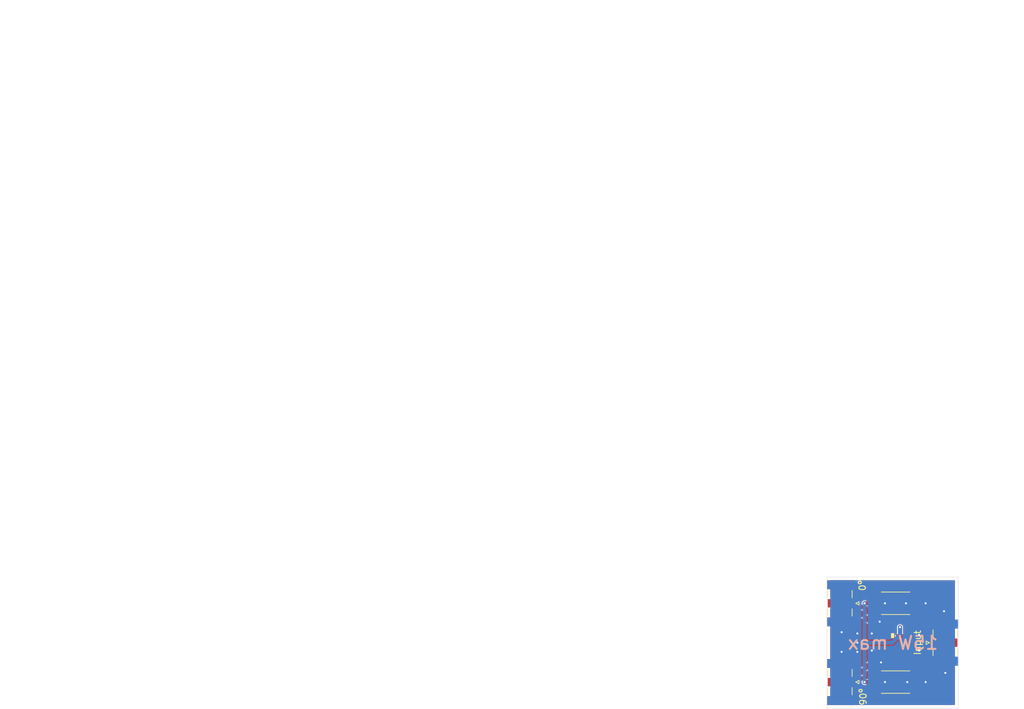
<source format=kicad_pcb>
(kicad_pcb (version 20240108) (generator "pcbnew") (generator_version "8.0")
  (layers (0 "F.Cu" signal) (31 "B.Cu" signal) (34 "B.Paste" user) (35 "F.Paste" user) (36 "B.SilkS" user "B.Silkscreen") (37 "F.SilkS" user "F.Silkscreen") (38 "B.Mask" user) (39 "F.Mask" user) (44 "Edge.Cuts" user))
  (net 0 "")
  (net 1 "GND")
  (net 2 "Net-(J0-In)")
  (net 3 "Net-(J90-In)")
  (net 4 "Net-(Ji1-In)")
  (net 5 "Net-(U1-50_OHM)")
  (footprint "Connector_Coaxial:SMA_Samtec_SMA-J-P-X-ST-EM1_EdgeMount" (layer "F.Cu") (at 128.0925 103.6 -90)
    (property "Reference" "90º" (at 2.26 -3.3975 90) (layer "F.SilkS"))
    (property "Value" "Conn_Coaxial_Small" (hide yes))
    (fp_line (start -1.95 2) (end -0.84 2) (stroke (width 0.12)) (layer "F.SilkS"))
    (fp_line (start 0.84 2) (end 1.95 2) (stroke (width 0.12)) (layer "F.SilkS"))
    (fp_line (start -1.95 -1.71) (end -0.84 -1.71) (stroke (width 0.12)) (layer "F.SilkS"))
    (fp_line (start 0.84 -1.71) (end 1.95 -1.71) (stroke (width 0.12)) (layer "F.SilkS"))
    (fp_line (start 0 -2.26) (end 0.25 -2.76) (stroke (width 0.12)) (layer "F.SilkS"))
    (fp_line (start -0.25 -2.76) (end 0 -2.26) (stroke (width 0.12)) (layer "F.SilkS"))
    (fp_line (start 0.25 -2.76) (end -0.25 -2.76) (stroke (width 0.12)) (layer "F.SilkS"))
    (pad "1" smd rect (at 0 0.2 270) (size 1.27 3.6) (layers "F.Cu" "F.Paste" "F.Mask") (net 3 "Net-(J90-In)"))
    (pad "2" smd rect (at -2.825 0 270) (size 1.35 4.2) (layers "F.Cu" "F.Paste" "F.Mask") (net 1 "GND"))
    (pad "2" smd rect (at -2.825 0 270) (size 1.35 4.2) (layers "B.Cu" "B.Paste" "B.Mask") (net 1 "GND"))
    (pad "2" smd rect (at 2.825 0 270) (size 1.35 4.2) (layers "F.Cu" "F.Paste" "F.Mask") (net 1 "GND"))
    (pad "2" smd rect (at 2.825 0 270) (size 1.35 4.2) (layers "B.Cu" "B.Paste" "B.Mask") (net 1 "GND"))
  )
  (footprint "Qcn3Antenna:QCN3" (layer "F.Cu") (at 136.97 97.6 90)
    (property "Reference" "U1" (hide yes))
    (property "Value" "QCN3" (hide yes))
    (fp_rect (start 0.75 -1.2) (end 1.4 -0.8) (stroke (width 0.1)) (fill solid) (layer "F.SilkS"))
    (pad "1" smd roundrect (at -0.98 0.05 90) (size 0.61 1.07) (layers "F.Cu" "F.Paste" "F.Mask") (roundrect_rratio 0.01) (net 4 "Net-(Ji1-In)"))
    (pad "2" smd roundrect (at 0.01 0.05 90) (size 0.61 1.07) (layers "F.Cu" "F.Paste" "F.Mask") (roundrect_rratio 0.01) (net 1 "GND"))
    (pad "3" smd roundrect (at 1 0.05 90) (size 0.61 1.07) (layers "F.Cu" "F.Paste" "F.Mask") (roundrect_rratio 0.01) (net 5 "Net-(U1-50_OHM)"))
    (pad "4" smd roundrect (at 0.98 -2 90) (size 0.61 1.07) (layers "F.Cu" "F.Paste" "F.Mask") (roundrect_rratio 0.01) (net 2 "Net-(J0-In)"))
    (pad "5" smd roundrect (at -0.01 -2 90) (size 0.61 1.07) (layers "F.Cu" "F.Paste" "F.Mask") (roundrect_rratio 0.01) (net 1 "GND"))
    (pad "6" smd roundrect (at -1 -2 90) (size 0.61 1.07) (layers "F.Cu" "F.Paste" "F.Mask") (roundrect_rratio 0.01) (net 3 "Net-(J90-In)"))
  )
  (footprint "Resistor_SMD:R_2512_6332Metric_Pad1.40x3.35mm_HandSolder" (layer "F.Cu") (at 136.43 103.6)
    (property "Reference" "R2" (hide yes))
    (property "Value" "100" (hide yes))
    (fp_line (start -2.177064 -1.71) (end 2.177064 -1.71) (stroke (width 0.12)) (layer "F.SilkS"))
    (fp_line (start -2.177064 1.71) (end 2.177064 1.71) (stroke (width 0.12)) (layer "F.SilkS"))
    (pad "1" smd roundrect (at -3.05 0) (size 1.4 3.35) (layers "F.Cu" "F.Paste" "F.Mask") (roundrect_rratio 0.178571) (net 5 "Net-(U1-50_OHM)"))
    (pad "2" smd roundrect (at 3.05 0) (size 1.4 3.35) (layers "F.Cu" "F.Paste" "F.Mask") (roundrect_rratio 0.178571) (net 1 "GND"))
  )
  (footprint "Connector_Coaxial:SMA_Samtec_SMA-J-P-X-ST-EM1_EdgeMount" (layer "F.Cu") (at 143.8375 97.6 90)
    (property "Reference" "Input" (at 0 -4.0675 -90) (layer "F.SilkS"))
    (property "Value" "Conn_Coaxial_Small" (hide yes))
    (fp_line (start 0.25 -2.76) (end -0.25 -2.76) (stroke (width 0.12)) (layer "F.SilkS"))
    (fp_line (start -0.25 -2.76) (end 0 -2.26) (stroke (width 0.12)) (layer "F.SilkS"))
    (fp_line (start 0 -2.26) (end 0.25 -2.76) (stroke (width 0.12)) (layer "F.SilkS"))
    (fp_line (start 0.84 -1.71) (end 1.95 -1.71) (stroke (width 0.12)) (layer "F.SilkS"))
    (fp_line (start -1.95 -1.71) (end -0.84 -1.71) (stroke (width 0.12)) (layer "F.SilkS"))
    (fp_line (start 0.84 2) (end 1.95 2) (stroke (width 0.12)) (layer "F.SilkS"))
    (fp_line (start -1.95 2) (end -0.84 2) (stroke (width 0.12)) (layer "F.SilkS"))
    (pad "1" smd rect (at 0 0.2 90) (size 1.27 3.6) (layers "F.Cu" "F.Paste" "F.Mask") (net 4 "Net-(Ji1-In)"))
    (pad "2" smd rect (at -2.825 0 90) (size 1.35 4.2) (layers "F.Cu" "F.Paste" "F.Mask") (net 1 "GND"))
    (pad "2" smd rect (at -2.825 0 90) (size 1.35 4.2) (layers "B.Cu" "B.Paste" "B.Mask") (net 1 "GND"))
    (pad "2" smd rect (at 2.825 0 90) (size 1.35 4.2) (layers "F.Cu" "F.Paste" "F.Mask") (net 1 "GND"))
    (pad "2" smd rect (at 2.825 0 90) (size 1.35 4.2) (layers "B.Cu" "B.Paste" "B.Mask") (net 1 "GND"))
  )
  (footprint "Connector_Coaxial:SMA_Samtec_SMA-J-P-X-ST-EM1_EdgeMount" (layer "F.Cu") (at 128.0925 91.6 -90)
    (property "Reference" "0º" (at -2.7 -3.2775 90) (layer "F.SilkS"))
    (property "Value" "Conn_Coaxial_Small" (hide yes))
    (fp_line (start -1.95 2) (end -0.84 2) (stroke (width 0.12)) (layer "F.SilkS"))
    (fp_line (start 0.84 2) (end 1.95 2) (stroke (width 0.12)) (layer "F.SilkS"))
    (fp_line (start -1.95 -1.71) (end -0.84 -1.71) (stroke (width 0.12)) (layer "F.SilkS"))
    (fp_line (start 0.84 -1.71) (end 1.95 -1.71) (stroke (width 0.12)) (layer "F.SilkS"))
    (fp_line (start 0 -2.26) (end 0.25 -2.76) (stroke (width 0.12)) (layer "F.SilkS"))
    (fp_line (start -0.25 -2.76) (end 0 -2.26) (stroke (width 0.12)) (layer "F.SilkS"))
    (fp_line (start 0.25 -2.76) (end -0.25 -2.76) (stroke (width 0.12)) (layer "F.SilkS"))
    (pad "1" smd rect (at 0 0.2 270) (size 1.27 3.6) (layers "F.Cu" "F.Paste" "F.Mask") (net 2 "Net-(J0-In)"))
    (pad "2" smd rect (at -2.825 0 270) (size 1.35 4.2) (layers "F.Cu" "F.Paste" "F.Mask") (net 1 "GND"))
    (pad "2" smd rect (at -2.825 0 270) (size 1.35 4.2) (layers "B.Cu" "B.Paste" "B.Mask") (net 1 "GND"))
    (pad "2" smd rect (at 2.825 0 270) (size 1.35 4.2) (layers "F.Cu" "F.Paste" "F.Mask") (net 1 "GND"))
    (pad "2" smd rect (at 2.825 0 270) (size 1.35 4.2) (layers "B.Cu" "B.Paste" "B.Mask") (net 1 "GND"))
  )
  (footprint "Resistor_SMD:R_2512_6332Metric_Pad1.40x3.35mm_HandSolder" (layer "F.Cu") (at 136.43 91.6)
    (property "Reference" "R1" (hide yes))
    (property "Value" "100" (hide yes))
    (fp_line (start -2.177064 -1.71) (end 2.177064 -1.71) (stroke (width 0.12)) (layer "F.SilkS"))
    (fp_line (start -2.177064 1.71) (end 2.177064 1.71) (stroke (width 0.12)) (layer "F.SilkS"))
    (pad "1" smd roundrect (at -3.05 0) (size 1.4 3.35) (layers "F.Cu" "F.Paste" "F.Mask") (roundrect_rratio 0.178571) (net 5 "Net-(U1-50_OHM)"))
    (pad "2" smd roundrect (at 3.05 0) (size 1.4 3.35) (layers "F.Cu" "F.Paste" "F.Mask") (roundrect_rratio 0.178571) (net 1 "GND"))
  )
  (gr_rect (start 125.97 87.6) (end 145.97 107.6) (stroke (width 0.05)) (fill none) (layer "Edge.Cuts"))
  (gr_text "15W max" (at 143.077144 98.8035 0) (layer "B.SilkS") (effects (font (size 2 2) (thickness 0.3)) (justify left bottom mirror)))
  (via (at 140 98.8) (size 0.6) (drill 0.3) (layers "F.Cu" "B.Cu") (net 1))
  (via (at 134.2 100.6) (size 0.6) (drill 0.3) (layers "F.Cu" "B.Cu") (net 1))
  (via (at 141 91.6) (size 0.6) (drill 0.3) (layers "F.Cu" "B.Cu") (net 1))
  (via (at 128.2 96) (size 0.6) (drill 0.3) (layers "F.Cu" "B.Cu") (net 1))
  (via (at 130.6 97.6) (size 0.6) (drill 0.3) (layers "F.Cu" "B.Cu") (net 1))
  (via (at 141 103.6) (size 0.6) (drill 0.3) (layers "F.Cu" "B.Cu") (net 1))
  (via (at 132.8 96.2) (size 0.6) (drill 0.3) (layers "F.Cu" "B.Cu") (net 1))
  (via (at 128.2 99) (size 0.6) (drill 0.3) (layers "F.Cu" "B.Cu") (net 1))
  (via (at 144 102.2) (size 0.6) (drill 0.3) (layers "F.Cu" "B.Cu") (net 1))
  (via (at 143.8 92.8) (size 0.6) (drill 0.3) (layers "F.Cu" "B.Cu") (net 1))
  (via (at 130.6 96.2) (size 0.6) (drill 0.3) (layers "F.Cu" "B.Cu") (net 1))
  (via (at 138.2 103.6) (size 0.6) (drill 0.3) (layers "F.Cu" "B.Cu") (net 1))
  (via (at 130.6 99) (size 0.6) (drill 0.3) (layers "F.Cu" "B.Cu") (net 1))
  (via (at 132.8 98.8) (size 0.6) (drill 0.3) (layers "F.Cu" "B.Cu") (net 1))
  (via (at 140 96.4) (size 0.6) (drill 0.3) (layers "F.Cu" "B.Cu") (net 1))
  (via (at 134.8 91.6) (size 0.6) (drill 0.3) (layers "F.Cu" "B.Cu") (net 1))
  (via (at 138 91.6) (size 0.6) (drill 0.3) (layers "F.Cu" "B.Cu") (net 1))
  (via (at 134.8 103.6) (size 0.6) (drill 0.3) (layers "F.Cu" "B.Cu") (net 1))
  (via (at 134 94.4) (size 0.6) (drill 0.3) (layers "F.Cu" "B.Cu") (net 1))
  (segment (start 129.7 91.6) (end 127.8925 91.6) (width 0.7) (layer "F.Cu") (net 2))
  (segment (start 127.8725 91.71) (end 129.0375 91.71) (width 0.7) (layer "F.Cu") (net 2))
  (segment (start 134.7 96.6) (end 129.7 91.6) (width 0.7) (layer "F.Cu") (net 2))
  (segment (start 134.97 96.62) (end 134.72 96.62) (width 0.6322) (layer "F.Cu") (net 2))
  (segment (start 134.72 96.62) (end 134.7 96.6) (width 0.6322) (layer "F.Cu") (net 2))
  (segment (start 134.7 98.6) (end 129.7 103.6) (width 0.7) (layer "F.Cu") (net 3))
  (segment (start 129.7 103.6) (end 127.8925 103.6) (width 0.7) (layer "F.Cu") (net 3))
  (segment (start 134.97 98.6) (end 134.7 98.6) (width 0.6322) (layer "F.Cu") (net 3))
  (segment (start 138.32 98.58) (end 137.02 98.58) (width 0.6322) (layer "F.Cu") (net 4))
  (segment (start 144.0375 97.6) (end 139.3 97.6) (width 0.6322) (layer "F.Cu") (net 4))
  (segment (start 139.3 97.6) (end 138.32 98.58) (width 0.6322) (layer "F.Cu") (net 4))
  (segment (start 137.1 95.25) (end 137.1 96.52) (width 0.6322) (layer "F.Cu") (net 5))
  (segment (start 133.38 103.6) (end 131.7 103.6) (width 0.6322) (layer "F.Cu") (net 5))
  (segment (start 133.38 91.6) (end 131.7 91.6) (width 0.6322) (layer "F.Cu") (net 5))
  (segment (start 137.1 96.52) (end 137.02 96.6) (width 0.6322) (layer "F.Cu") (net 5))
  (via (at 131.7 91.6) (size 0.6) (drill 0.3) (layers "F.Cu" "B.Cu") (net 5))
  (via (at 131.7 103.6) (size 0.6) (drill 0.3) (layers "F.Cu" "B.Cu") (net 5))
  (via (at 137.1 95.25) (size 0.6) (drill 0.3) (layers "F.Cu" "B.Cu") (net 5))
  (segment (start 135.88 97.6) (end 131.7 97.6) (width 0.6322) (layer "B.Cu") (net 5))
  (segment (start 137.1 95.25) (end 137.1 96.4) (width 0.6322) (layer "B.Cu") (net 5))
  (segment (start 135.89 97.61) (end 135.88 97.6) (width 0.6322) (layer "B.Cu") (net 5))
  (segment (start 131.7 103.6) (end 131.7 97.6) (width 0.6322) (layer "B.Cu") (net 5))
  (segment (start 137.1 96.4) (end 135.89 97.61) (width 0.6322) (layer "B.Cu") (net 5))
  (segment (start 131.7 97.6) (end 131.7 91.6) (width 0.6322) (layer "B.Cu") (net 5))
  (zone (net 1) (net_name "GND") (layers "F&B.Cu") (connect_pads yes (clearance 0.15)) (min_thickness 0.25) (fill yes (thermal_gap 0.5) (thermal_bridge_width 0.5))
    (polygon (pts (xy 125.97 87.6) (xy 145.99 87.6) (xy 146.04 107.59) (xy 126.04 107.61) (xy 125.98 87.61)))
  )
)
</source>
